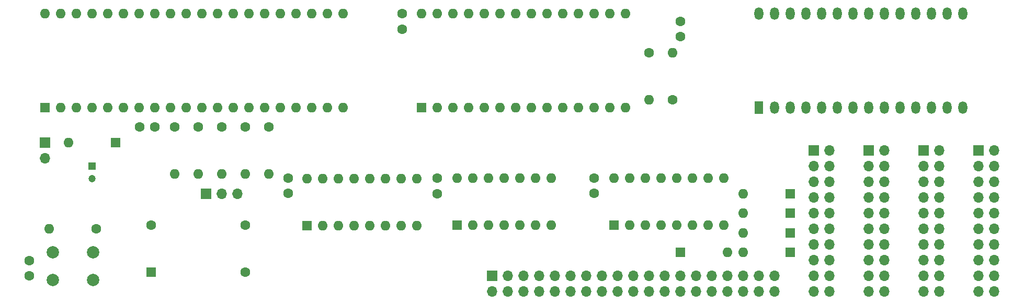
<source format=gts>
%TF.GenerationSoftware,KiCad,Pcbnew,(5.1.9-0-10_14)*%
%TF.CreationDate,2021-04-28T18:12:29+02:00*%
%TF.ProjectId,mainboard,6d61696e-626f-4617-9264-2e6b69636164,rev?*%
%TF.SameCoordinates,Original*%
%TF.FileFunction,Soldermask,Top*%
%TF.FilePolarity,Negative*%
%FSLAX46Y46*%
G04 Gerber Fmt 4.6, Leading zero omitted, Abs format (unit mm)*
G04 Created by KiCad (PCBNEW (5.1.9-0-10_14)) date 2021-04-28 18:12:29*
%MOMM*%
%LPD*%
G01*
G04 APERTURE LIST*
%ADD10O,1.600000X1.600000*%
%ADD11R,1.600000X1.600000*%
%ADD12O,1.700000X1.700000*%
%ADD13R,1.700000X1.700000*%
%ADD14C,1.600000*%
%ADD15O,1.440000X2.000000*%
%ADD16R,1.440000X2.000000*%
%ADD17C,1.200000*%
%ADD18R,1.200000X1.200000*%
%ADD19C,2.000000*%
G04 APERTURE END LIST*
D10*
%TO.C,U5*%
X202438000Y94488000D03*
X220218000Y86868000D03*
X204978000Y94488000D03*
X217678000Y86868000D03*
X207518000Y94488000D03*
X215138000Y86868000D03*
X210058000Y94488000D03*
X212598000Y86868000D03*
X212598000Y94488000D03*
X210058000Y86868000D03*
X215138000Y94488000D03*
X207518000Y86868000D03*
X217678000Y94488000D03*
X204978000Y86868000D03*
X220218000Y94488000D03*
D11*
X202438000Y86868000D03*
%TD*%
D10*
%TO.C,U3*%
X226695000Y94615000D03*
X241935000Y86995000D03*
X229235000Y94615000D03*
X239395000Y86995000D03*
X231775000Y94615000D03*
X236855000Y86995000D03*
X234315000Y94615000D03*
X234315000Y86995000D03*
X236855000Y94615000D03*
X231775000Y86995000D03*
X239395000Y94615000D03*
X229235000Y86995000D03*
X241935000Y94615000D03*
D11*
X226695000Y86995000D03*
%TD*%
D12*
%TO.C,J1*%
X287020000Y76200000D03*
X284480000Y76200000D03*
X287020000Y78740000D03*
X284480000Y78740000D03*
X287020000Y81280000D03*
X284480000Y81280000D03*
X287020000Y83820000D03*
X284480000Y83820000D03*
X287020000Y86360000D03*
X284480000Y86360000D03*
X287020000Y88900000D03*
X284480000Y88900000D03*
X287020000Y91440000D03*
X284480000Y91440000D03*
X287020000Y93980000D03*
X284480000Y93980000D03*
X287020000Y96520000D03*
X284480000Y96520000D03*
X287020000Y99060000D03*
D13*
X284480000Y99060000D03*
%TD*%
D10*
%TO.C,R5*%
X196215000Y95250000D03*
D14*
X196215000Y102870000D03*
%TD*%
D12*
%TO.C,J2*%
X295910000Y76200000D03*
X293370000Y76200000D03*
X295910000Y78740000D03*
X293370000Y78740000D03*
X295910000Y81280000D03*
X293370000Y81280000D03*
X295910000Y83820000D03*
X293370000Y83820000D03*
X295910000Y86360000D03*
X293370000Y86360000D03*
X295910000Y88900000D03*
X293370000Y88900000D03*
X295910000Y91440000D03*
X293370000Y91440000D03*
X295910000Y93980000D03*
X293370000Y93980000D03*
X295910000Y96520000D03*
X293370000Y96520000D03*
X295910000Y99060000D03*
D13*
X293370000Y99060000D03*
%TD*%
D10*
%TO.C,D5*%
X273050000Y82550000D03*
D11*
X280670000Y82550000D03*
%TD*%
D10*
%TO.C,R8*%
X257810000Y107315000D03*
D14*
X257810000Y114935000D03*
%TD*%
D10*
%TO.C,R7*%
X261620000Y114935000D03*
D14*
X261620000Y107315000D03*
%TD*%
D10*
%TO.C,R6*%
X192405000Y95250000D03*
D14*
X192405000Y102870000D03*
%TD*%
D10*
%TO.C,R4*%
X184785000Y95250000D03*
D14*
X184785000Y102870000D03*
%TD*%
D12*
%TO.C,J6*%
X278130000Y76200000D03*
X278130000Y78740000D03*
X275590000Y76200000D03*
X275590000Y78740000D03*
X273050000Y76200000D03*
X273050000Y78740000D03*
X270510000Y76200000D03*
X270510000Y78740000D03*
X267970000Y76200000D03*
X267970000Y78740000D03*
X265430000Y76200000D03*
X265430000Y78740000D03*
X262890000Y76200000D03*
X262890000Y78740000D03*
X260350000Y76200000D03*
X260350000Y78740000D03*
X257810000Y76200000D03*
X257810000Y78740000D03*
X255270000Y76200000D03*
X255270000Y78740000D03*
X252730000Y76200000D03*
X252730000Y78740000D03*
X250190000Y76200000D03*
X250190000Y78740000D03*
X247650000Y76200000D03*
X247650000Y78740000D03*
X245110000Y76200000D03*
X245110000Y78740000D03*
X242570000Y76200000D03*
X242570000Y78740000D03*
X240030000Y76200000D03*
X240030000Y78740000D03*
X237490000Y76200000D03*
X237490000Y78740000D03*
X234950000Y76200000D03*
X234950000Y78740000D03*
X232410000Y76200000D03*
D13*
X232410000Y78740000D03*
%TD*%
D10*
%TO.C,D6*%
X270510000Y82550000D03*
D11*
X262890000Y82550000D03*
%TD*%
D10*
%TO.C,D4*%
X273050000Y85725000D03*
D11*
X280670000Y85725000D03*
%TD*%
D10*
%TO.C,D3*%
X273050000Y88900000D03*
D11*
X280670000Y88900000D03*
%TD*%
D10*
%TO.C,D2*%
X273050000Y92075000D03*
D11*
X280670000Y92075000D03*
%TD*%
D14*
%TO.C,C5*%
X199390000Y92115000D03*
X199390000Y94615000D03*
%TD*%
D12*
%TO.C,J3*%
X304800000Y76200000D03*
X302260000Y76200000D03*
X304800000Y78740000D03*
X302260000Y78740000D03*
X304800000Y81280000D03*
X302260000Y81280000D03*
X304800000Y83820000D03*
X302260000Y83820000D03*
X304800000Y86360000D03*
X302260000Y86360000D03*
X304800000Y88900000D03*
X302260000Y88900000D03*
X304800000Y91440000D03*
X302260000Y91440000D03*
X304800000Y93980000D03*
X302260000Y93980000D03*
X304800000Y96520000D03*
X302260000Y96520000D03*
X304800000Y99060000D03*
D13*
X302260000Y99060000D03*
%TD*%
D15*
%TO.C,U7*%
X308610000Y121285000D03*
X308610000Y106045000D03*
X306070000Y121285000D03*
X306070000Y106045000D03*
X303530000Y121285000D03*
X303530000Y106045000D03*
X300990000Y121285000D03*
X300990000Y106045000D03*
X298450000Y121285000D03*
X298450000Y106045000D03*
X295910000Y121285000D03*
X295910000Y106045000D03*
X293370000Y121285000D03*
X293370000Y106045000D03*
X290830000Y121285000D03*
X290830000Y106045000D03*
X288290000Y121285000D03*
X288290000Y106045000D03*
X285750000Y121285000D03*
X285750000Y106045000D03*
X283210000Y121285000D03*
X283210000Y106045000D03*
X280670000Y121285000D03*
X280670000Y106045000D03*
X278130000Y121285000D03*
X278130000Y106045000D03*
X275590000Y121285000D03*
D16*
X275590000Y106045000D03*
%TD*%
D10*
%TO.C,U6*%
X220980000Y121285000D03*
X254000000Y106045000D03*
X223520000Y121285000D03*
X251460000Y106045000D03*
X226060000Y121285000D03*
X248920000Y106045000D03*
X228600000Y121285000D03*
X246380000Y106045000D03*
X231140000Y121285000D03*
X243840000Y106045000D03*
X233680000Y121285000D03*
X241300000Y106045000D03*
X236220000Y121285000D03*
X238760000Y106045000D03*
X238760000Y121285000D03*
X236220000Y106045000D03*
X241300000Y121285000D03*
X233680000Y106045000D03*
X243840000Y121285000D03*
X231140000Y106045000D03*
X246380000Y121285000D03*
X228600000Y106045000D03*
X248920000Y121285000D03*
X226060000Y106045000D03*
X251460000Y121285000D03*
X223520000Y106045000D03*
X254000000Y121285000D03*
D11*
X220980000Y106045000D03*
%TD*%
D10*
%TO.C,R3*%
X188595000Y95250000D03*
D14*
X188595000Y102870000D03*
%TD*%
D12*
%TO.C,J5*%
X160020000Y97790000D03*
D13*
X160020000Y100330000D03*
%TD*%
D10*
%TO.C,D1*%
X163830000Y100330000D03*
D11*
X171450000Y100330000D03*
%TD*%
D17*
%TO.C,C8*%
X167640000Y94520000D03*
D18*
X167640000Y96520000D03*
%TD*%
D14*
%TO.C,C7*%
X248920000Y92115000D03*
X248920000Y94615000D03*
%TD*%
%TO.C,C6*%
X223520000Y92075000D03*
X223520000Y94575000D03*
%TD*%
%TO.C,C4*%
X262890000Y117515000D03*
X262890000Y120015000D03*
%TD*%
%TO.C,C3*%
X217805000Y118745000D03*
X217805000Y121245000D03*
%TD*%
%TO.C,C2*%
X175300000Y102870000D03*
X177800000Y102870000D03*
%TD*%
%TO.C,C1*%
X157480000Y78740000D03*
X157480000Y81240000D03*
%TD*%
%TO.C,R1*%
X180975000Y102870000D03*
D10*
X180975000Y95250000D03*
%TD*%
%TO.C,R2*%
X160655000Y86360000D03*
D14*
X168275000Y86360000D03*
%TD*%
D19*
%TO.C,SW1*%
X161290000Y78050000D03*
X161290000Y82550000D03*
X167790000Y78050000D03*
X167790000Y82550000D03*
%TD*%
D11*
%TO.C,U1*%
X160020000Y106045000D03*
D10*
X208280000Y121285000D03*
X162560000Y106045000D03*
X205740000Y121285000D03*
X165100000Y106045000D03*
X203200000Y121285000D03*
X167640000Y106045000D03*
X200660000Y121285000D03*
X170180000Y106045000D03*
X198120000Y121285000D03*
X172720000Y106045000D03*
X195580000Y121285000D03*
X175260000Y106045000D03*
X193040000Y121285000D03*
X177800000Y106045000D03*
X190500000Y121285000D03*
X180340000Y106045000D03*
X187960000Y121285000D03*
X182880000Y106045000D03*
X185420000Y121285000D03*
X185420000Y106045000D03*
X182880000Y121285000D03*
X187960000Y106045000D03*
X180340000Y121285000D03*
X190500000Y106045000D03*
X177800000Y121285000D03*
X193040000Y106045000D03*
X175260000Y121285000D03*
X195580000Y106045000D03*
X172720000Y121285000D03*
X198120000Y106045000D03*
X170180000Y121285000D03*
X200660000Y106045000D03*
X167640000Y121285000D03*
X203200000Y106045000D03*
X165100000Y121285000D03*
X205740000Y106045000D03*
X162560000Y121285000D03*
X208280000Y106045000D03*
X160020000Y121285000D03*
%TD*%
D11*
%TO.C,U4*%
X252095000Y86995000D03*
D10*
X269875000Y94615000D03*
X254635000Y86995000D03*
X267335000Y94615000D03*
X257175000Y86995000D03*
X264795000Y94615000D03*
X259715000Y86995000D03*
X262255000Y94615000D03*
X262255000Y86995000D03*
X259715000Y94615000D03*
X264795000Y86995000D03*
X257175000Y94615000D03*
X267335000Y86995000D03*
X254635000Y94615000D03*
X269875000Y86995000D03*
X252095000Y94615000D03*
%TD*%
D13*
%TO.C,J4*%
X311150000Y99060000D03*
D12*
X313690000Y99060000D03*
X311150000Y96520000D03*
X313690000Y96520000D03*
X311150000Y93980000D03*
X313690000Y93980000D03*
X311150000Y91440000D03*
X313690000Y91440000D03*
X311150000Y88900000D03*
X313690000Y88900000D03*
X311150000Y86360000D03*
X313690000Y86360000D03*
X311150000Y83820000D03*
X313690000Y83820000D03*
X311150000Y81280000D03*
X313690000Y81280000D03*
X311150000Y78740000D03*
X313690000Y78740000D03*
X311150000Y76200000D03*
X313690000Y76200000D03*
%TD*%
D13*
%TO.C,J8*%
X186055000Y92075000D03*
D12*
X188595000Y92075000D03*
X191135000Y92075000D03*
%TD*%
D11*
%TO.C,X1*%
X177165000Y79375000D03*
D14*
X177165000Y86995000D03*
X192405000Y86995000D03*
X192405000Y79375000D03*
%TD*%
M02*

</source>
